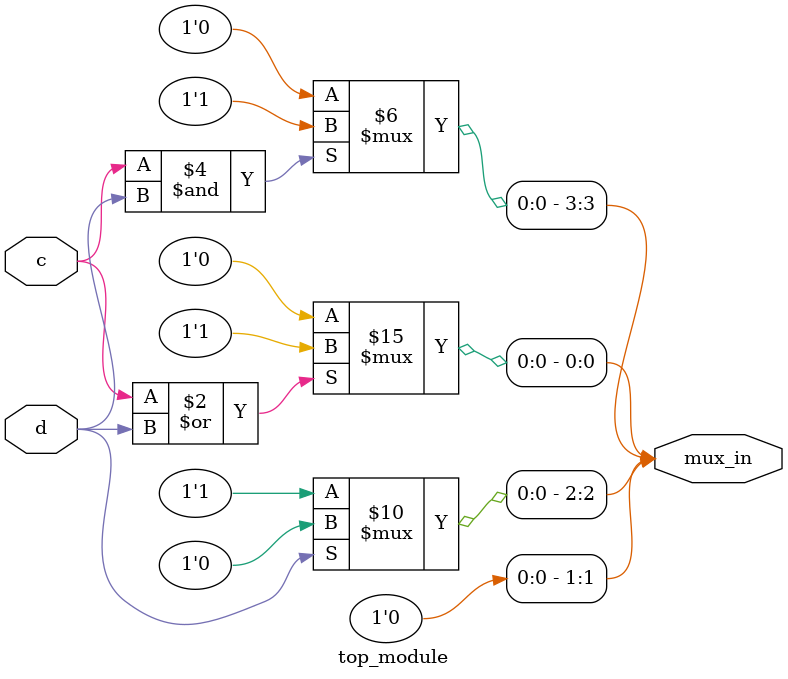
<source format=sv>
module top_module (
    input logic c,
    input logic d,
    output logic [3:0] mux_in
); 


    always_comb begin
        mux_in[0]=0 ;
        mux_in[1]=0 ;
        mux_in[2]=0 ;
        mux_in[3]=0 ;
        
        unique case (1'd1)
            
            c|d: mux_in[0] = 1'd1 ;
            ~d : mux_in[2] = 1'd1 ;
            c&d: mux_in[3] = 1'd1 ;
            default: ;
        endcase
    end
endmodule

</source>
